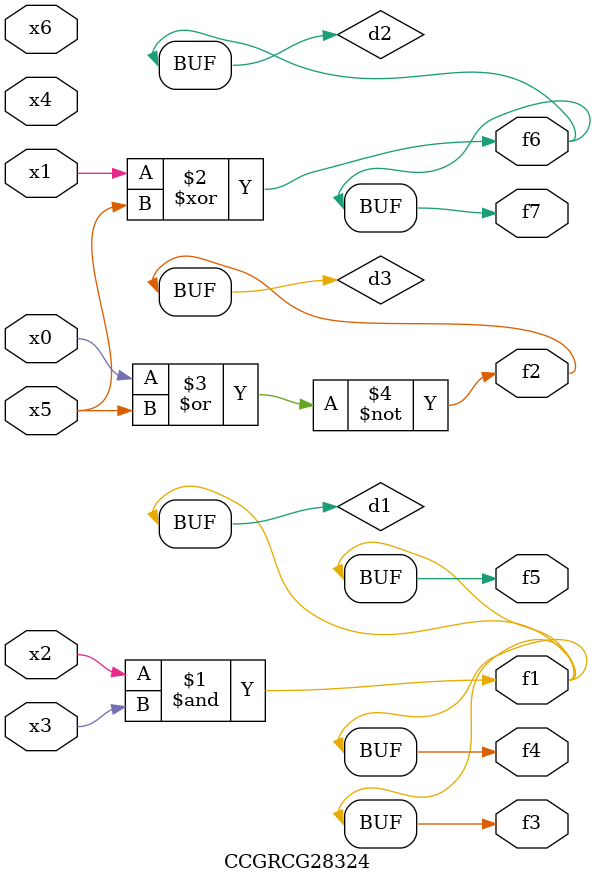
<source format=v>
module CCGRCG28324(
	input x0, x1, x2, x3, x4, x5, x6,
	output f1, f2, f3, f4, f5, f6, f7
);

	wire d1, d2, d3;

	and (d1, x2, x3);
	xor (d2, x1, x5);
	nor (d3, x0, x5);
	assign f1 = d1;
	assign f2 = d3;
	assign f3 = d1;
	assign f4 = d1;
	assign f5 = d1;
	assign f6 = d2;
	assign f7 = d2;
endmodule

</source>
